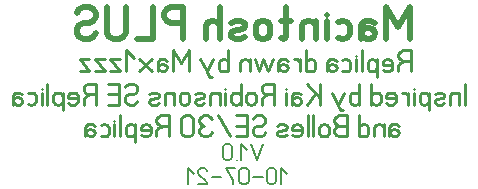
<source format=gbr>
%FSLAX34Y34*%
%MOMM*%
%LNSILK_BOTTOM*%
G71*
G01*
%ADD10C,0.476*%
%ADD11C,0.222*%
%ADD12C,0.167*%
%LPD*%
G54D10*
X1214137Y-1407305D02*
X1214137Y-1380638D01*
X1204137Y-1397305D01*
X1194137Y-1380638D01*
X1194137Y-1407305D01*
G54D10*
X1184804Y-1393972D02*
X1180804Y-1392305D01*
X1176004Y-1392305D01*
X1172804Y-1395638D01*
X1172804Y-1407305D01*
G54D10*
X1172804Y-1402305D02*
X1174804Y-1398972D01*
X1178804Y-1398305D01*
X1182804Y-1398972D01*
X1184804Y-1402305D01*
X1184004Y-1405638D01*
X1180804Y-1407305D01*
X1178804Y-1407305D01*
X1178004Y-1407305D01*
X1174804Y-1405638D01*
X1172804Y-1402305D01*
G54D10*
X1153471Y-1393305D02*
X1157471Y-1392305D01*
X1161471Y-1393305D01*
X1163471Y-1396638D01*
X1163471Y-1403305D01*
X1161471Y-1406638D01*
X1157471Y-1407305D01*
X1153471Y-1406638D01*
G54D10*
X1144138Y-1407305D02*
X1144138Y-1392305D01*
G54D10*
X1144138Y-1387305D02*
X1144138Y-1387305D01*
G54D10*
X1134805Y-1407305D02*
X1134805Y-1392305D01*
G54D10*
X1134805Y-1395638D02*
X1132805Y-1393305D01*
X1128805Y-1392305D01*
X1124805Y-1393305D01*
X1122805Y-1395638D01*
X1122805Y-1407305D01*
G54D10*
X1109472Y-1380638D02*
X1109472Y-1405638D01*
X1107472Y-1407305D01*
X1105472Y-1406638D01*
G54D10*
X1113472Y-1392305D02*
X1105472Y-1392305D01*
G54D10*
X1084139Y-1403305D02*
X1084139Y-1396638D01*
X1086139Y-1393305D01*
X1090139Y-1392305D01*
X1094139Y-1393305D01*
X1096139Y-1396638D01*
X1096139Y-1403305D01*
X1094139Y-1406638D01*
X1090139Y-1407305D01*
X1086139Y-1406638D01*
X1084139Y-1403305D01*
G54D10*
X1074806Y-1405638D02*
X1070806Y-1407305D01*
X1066806Y-1407305D01*
X1062806Y-1405638D01*
X1062806Y-1402305D01*
X1064806Y-1400638D01*
X1072806Y-1398972D01*
X1074806Y-1397305D01*
X1074806Y-1393972D01*
X1070806Y-1392305D01*
X1066806Y-1392305D01*
X1062806Y-1393972D01*
G54D10*
X1053473Y-1407305D02*
X1053473Y-1380638D01*
G54D10*
X1053473Y-1396638D02*
X1051473Y-1393305D01*
X1047473Y-1392305D01*
X1043473Y-1393305D01*
X1041473Y-1396638D01*
X1041473Y-1407305D01*
G54D10*
X1022407Y-1407305D02*
X1022407Y-1380638D01*
X1012407Y-1380638D01*
X1008407Y-1382305D01*
X1006407Y-1385638D01*
X1006407Y-1388972D01*
X1008407Y-1392305D01*
X1012407Y-1393972D01*
X1022407Y-1393972D01*
G54D10*
X997074Y-1380638D02*
X997074Y-1407305D01*
X983074Y-1407305D01*
G54D10*
X973741Y-1380638D02*
X973741Y-1402305D01*
X971741Y-1405638D01*
X967741Y-1407305D01*
X963741Y-1407305D01*
X959741Y-1405638D01*
X957741Y-1402305D01*
X957741Y-1380638D01*
G54D10*
X948408Y-1402305D02*
X946408Y-1405638D01*
X942408Y-1407305D01*
X938408Y-1407305D01*
X934408Y-1405638D01*
X932408Y-1402305D01*
X932408Y-1398972D01*
X934408Y-1395638D01*
X938408Y-1393972D01*
X942408Y-1393972D01*
X946408Y-1392305D01*
X948408Y-1388972D01*
X948408Y-1385638D01*
X946408Y-1382305D01*
X942408Y-1380638D01*
X938408Y-1380638D01*
X934408Y-1382305D01*
X932408Y-1385638D01*
G54D11*
X1209667Y-1426111D02*
X1205667Y-1428334D01*
X1204333Y-1430556D01*
X1204333Y-1435000D01*
G54D11*
X1215000Y-1435000D02*
X1215000Y-1417222D01*
X1208333Y-1417222D01*
X1205667Y-1418334D01*
X1204333Y-1420556D01*
X1204333Y-1422778D01*
X1205667Y-1425000D01*
X1208333Y-1426111D01*
X1215000Y-1426111D01*
G54D11*
X1191444Y-1433889D02*
X1193577Y-1435000D01*
X1196244Y-1435000D01*
X1198911Y-1433889D01*
X1199444Y-1431666D01*
X1199444Y-1427889D01*
X1198111Y-1425666D01*
X1195444Y-1425000D01*
X1192777Y-1425666D01*
X1191444Y-1427222D01*
X1191444Y-1429444D01*
X1199444Y-1429444D01*
G54D11*
X1186555Y-1425000D02*
X1186555Y-1439444D01*
G54D11*
X1186555Y-1431666D02*
X1185222Y-1434556D01*
X1182555Y-1435000D01*
X1179888Y-1434556D01*
X1178555Y-1432334D01*
X1178555Y-1427889D01*
X1179888Y-1425666D01*
X1182555Y-1425000D01*
X1185222Y-1425666D01*
X1186555Y-1428334D01*
G54D11*
X1173666Y-1435000D02*
X1173666Y-1417222D01*
G54D11*
X1168777Y-1435000D02*
X1168777Y-1425000D01*
G54D11*
X1168777Y-1421666D02*
X1168777Y-1421666D01*
G54D11*
X1157221Y-1425666D02*
X1159888Y-1425000D01*
X1162555Y-1425666D01*
X1163888Y-1427889D01*
X1163888Y-1432334D01*
X1162555Y-1434556D01*
X1159888Y-1435000D01*
X1157221Y-1434556D01*
G54D11*
X1152332Y-1426111D02*
X1149665Y-1425000D01*
X1146465Y-1425000D01*
X1144332Y-1427222D01*
X1144332Y-1435000D01*
G54D11*
X1144332Y-1431666D02*
X1145665Y-1429444D01*
X1148332Y-1429000D01*
X1150999Y-1429444D01*
X1152332Y-1431666D01*
X1151799Y-1433889D01*
X1149665Y-1435000D01*
X1148332Y-1435000D01*
X1147799Y-1435000D01*
X1145665Y-1433889D01*
X1144332Y-1431666D01*
G54D11*
X1126287Y-1435000D02*
X1126287Y-1417222D01*
G54D11*
X1126287Y-1427889D02*
X1127620Y-1425666D01*
X1130287Y-1425000D01*
X1132954Y-1425666D01*
X1134287Y-1427889D01*
X1134287Y-1432334D01*
X1132954Y-1434556D01*
X1130287Y-1435000D01*
X1127620Y-1434556D01*
X1126287Y-1432334D01*
G54D11*
X1121398Y-1435000D02*
X1121398Y-1425000D01*
G54D11*
X1121398Y-1427222D02*
X1118731Y-1425000D01*
X1116065Y-1425000D01*
G54D11*
X1111176Y-1426111D02*
X1108509Y-1425000D01*
X1105309Y-1425000D01*
X1103176Y-1427222D01*
X1103176Y-1435000D01*
G54D11*
X1103176Y-1431666D02*
X1104509Y-1429444D01*
X1107176Y-1429000D01*
X1109843Y-1429444D01*
X1111176Y-1431666D01*
X1110643Y-1433889D01*
X1108509Y-1435000D01*
X1107176Y-1435000D01*
X1106643Y-1435000D01*
X1104509Y-1433889D01*
X1103176Y-1431666D01*
G54D11*
X1098287Y-1425000D02*
X1094287Y-1435000D01*
X1090287Y-1425000D01*
X1086287Y-1435000D01*
X1083620Y-1425000D01*
G54D11*
X1078731Y-1435000D02*
X1078731Y-1425000D01*
G54D11*
X1078731Y-1427222D02*
X1077398Y-1425666D01*
X1074731Y-1425000D01*
X1072064Y-1425666D01*
X1070731Y-1427222D01*
X1070731Y-1435000D01*
G54D11*
X1060686Y-1435000D02*
X1060686Y-1417222D01*
G54D11*
X1060686Y-1427889D02*
X1059353Y-1425666D01*
X1056686Y-1425000D01*
X1054019Y-1425666D01*
X1052686Y-1427889D01*
X1052686Y-1432334D01*
X1054019Y-1434556D01*
X1056686Y-1435000D01*
X1059353Y-1434556D01*
X1060686Y-1432334D01*
G54D11*
X1047797Y-1425000D02*
X1042464Y-1435000D01*
X1037130Y-1425000D01*
G54D11*
X1042464Y-1435000D02*
X1043797Y-1438334D01*
X1045130Y-1439444D01*
X1046464Y-1439444D01*
G54D11*
X1027085Y-1435000D02*
X1027085Y-1417222D01*
X1020418Y-1428334D01*
X1013752Y-1417222D01*
X1013752Y-1435000D01*
G54D11*
X1008863Y-1426111D02*
X1006196Y-1425000D01*
X1002996Y-1425000D01*
X1000863Y-1427222D01*
X1000863Y-1435000D01*
G54D11*
X1000863Y-1431666D02*
X1002196Y-1429444D01*
X1004863Y-1429000D01*
X1007530Y-1429444D01*
X1008863Y-1431666D01*
X1008330Y-1433889D01*
X1006196Y-1435000D01*
X1004863Y-1435000D01*
X1004330Y-1435000D01*
X1002196Y-1433889D01*
X1000863Y-1431666D01*
G54D11*
X995974Y-1425000D02*
X985307Y-1435000D01*
G54D11*
X995974Y-1435000D02*
X985307Y-1425000D01*
G54D11*
X980418Y-1423889D02*
X973751Y-1417222D01*
X973751Y-1435000D01*
G54D11*
X968862Y-1425000D02*
X960862Y-1425000D01*
X968862Y-1435000D01*
X960862Y-1435000D01*
G54D11*
X955973Y-1425000D02*
X947973Y-1425000D01*
X955973Y-1435000D01*
X947973Y-1435000D01*
G54D11*
X943084Y-1425000D02*
X935084Y-1425000D01*
X943084Y-1435000D01*
X935084Y-1435000D01*
G54D11*
X1261250Y-1463125D02*
X1261250Y-1445347D01*
G54D11*
X1256361Y-1463125D02*
X1256361Y-1453125D01*
G54D11*
X1256361Y-1455347D02*
X1255028Y-1453792D01*
X1252361Y-1453125D01*
X1249694Y-1453792D01*
X1248361Y-1455347D01*
X1248361Y-1463125D01*
G54D11*
X1243472Y-1462014D02*
X1240805Y-1463125D01*
X1238139Y-1463125D01*
X1235472Y-1462014D01*
X1235472Y-1459792D01*
X1236805Y-1458680D01*
X1242139Y-1457570D01*
X1243472Y-1456458D01*
X1243472Y-1454236D01*
X1240805Y-1453125D01*
X1238139Y-1453125D01*
X1235472Y-1454236D01*
G54D11*
X1230583Y-1453125D02*
X1230583Y-1467570D01*
G54D11*
X1230583Y-1459792D02*
X1229250Y-1462680D01*
X1226583Y-1463125D01*
X1223916Y-1462680D01*
X1222583Y-1460458D01*
X1222583Y-1456014D01*
X1223916Y-1453792D01*
X1226583Y-1453125D01*
X1229250Y-1453792D01*
X1230583Y-1456458D01*
G54D11*
X1217694Y-1463125D02*
X1217694Y-1453125D01*
G54D11*
X1217694Y-1449792D02*
X1217694Y-1449792D01*
G54D11*
X1212805Y-1463125D02*
X1212805Y-1453125D01*
G54D11*
X1212805Y-1455347D02*
X1210138Y-1453125D01*
X1207472Y-1453125D01*
G54D11*
X1194583Y-1462014D02*
X1196716Y-1463125D01*
X1199383Y-1463125D01*
X1202050Y-1462014D01*
X1202583Y-1459792D01*
X1202583Y-1456014D01*
X1201250Y-1453792D01*
X1198583Y-1453125D01*
X1195916Y-1453792D01*
X1194583Y-1455347D01*
X1194583Y-1457570D01*
X1202583Y-1457570D01*
G54D11*
X1181694Y-1463125D02*
X1181694Y-1445347D01*
G54D11*
X1181694Y-1456014D02*
X1183027Y-1453792D01*
X1185694Y-1453125D01*
X1188361Y-1453792D01*
X1189694Y-1456014D01*
X1189694Y-1460458D01*
X1188361Y-1462680D01*
X1185694Y-1463125D01*
X1183027Y-1462680D01*
X1181694Y-1460458D01*
G54D11*
X1171649Y-1463125D02*
X1171649Y-1445347D01*
G54D11*
X1171649Y-1456014D02*
X1170316Y-1453792D01*
X1167649Y-1453125D01*
X1164982Y-1453792D01*
X1163649Y-1456014D01*
X1163649Y-1460458D01*
X1164982Y-1462680D01*
X1167649Y-1463125D01*
X1170316Y-1462680D01*
X1171649Y-1460458D01*
G54D11*
X1158760Y-1453125D02*
X1153427Y-1463125D01*
X1148093Y-1453125D01*
G54D11*
X1153427Y-1463125D02*
X1154760Y-1466458D01*
X1156093Y-1467570D01*
X1157427Y-1467570D01*
G54D11*
X1138048Y-1463125D02*
X1138048Y-1445347D01*
G54D11*
X1138048Y-1457570D02*
X1127381Y-1445347D01*
G54D11*
X1134048Y-1454236D02*
X1127381Y-1463125D01*
G54D11*
X1122492Y-1454236D02*
X1119825Y-1453125D01*
X1116625Y-1453125D01*
X1114492Y-1455347D01*
X1114492Y-1463125D01*
G54D11*
X1114492Y-1459792D02*
X1115825Y-1457570D01*
X1118492Y-1457125D01*
X1121159Y-1457570D01*
X1122492Y-1459792D01*
X1121959Y-1462014D01*
X1119825Y-1463125D01*
X1118492Y-1463125D01*
X1117959Y-1463125D01*
X1115825Y-1462014D01*
X1114492Y-1459792D01*
G54D11*
X1109603Y-1463125D02*
X1109603Y-1453125D01*
G54D11*
X1109603Y-1449792D02*
X1109603Y-1449792D01*
G54D11*
X1094225Y-1454236D02*
X1090225Y-1456458D01*
X1088891Y-1458680D01*
X1088891Y-1463125D01*
G54D11*
X1099558Y-1463125D02*
X1099558Y-1445347D01*
X1092891Y-1445347D01*
X1090225Y-1446458D01*
X1088891Y-1448680D01*
X1088891Y-1450903D01*
X1090225Y-1453125D01*
X1092891Y-1454236D01*
X1099558Y-1454236D01*
G54D11*
X1076002Y-1460458D02*
X1076002Y-1456014D01*
X1077335Y-1453792D01*
X1080002Y-1453125D01*
X1082669Y-1453792D01*
X1084002Y-1456014D01*
X1084002Y-1460458D01*
X1082669Y-1462680D01*
X1080002Y-1463125D01*
X1077335Y-1462680D01*
X1076002Y-1460458D01*
G54D11*
X1071113Y-1463125D02*
X1071113Y-1445347D01*
G54D11*
X1071113Y-1456014D02*
X1069780Y-1453792D01*
X1067113Y-1453125D01*
X1064446Y-1453792D01*
X1063113Y-1456014D01*
X1063113Y-1460458D01*
X1064446Y-1462680D01*
X1067113Y-1463125D01*
X1069780Y-1462680D01*
X1071113Y-1460458D01*
G54D11*
X1058224Y-1463125D02*
X1058224Y-1453125D01*
G54D11*
X1058224Y-1449792D02*
X1058224Y-1449792D01*
G54D11*
X1053335Y-1463125D02*
X1053335Y-1453125D01*
G54D11*
X1053335Y-1455347D02*
X1052002Y-1453792D01*
X1049335Y-1453125D01*
X1046668Y-1453792D01*
X1045335Y-1455347D01*
X1045335Y-1463125D01*
G54D11*
X1040446Y-1462014D02*
X1037779Y-1463125D01*
X1035113Y-1463125D01*
X1032446Y-1462014D01*
X1032446Y-1459792D01*
X1033779Y-1458680D01*
X1039113Y-1457570D01*
X1040446Y-1456458D01*
X1040446Y-1454236D01*
X1037779Y-1453125D01*
X1035113Y-1453125D01*
X1032446Y-1454236D01*
G54D11*
X1019557Y-1460458D02*
X1019557Y-1456014D01*
X1020890Y-1453792D01*
X1023557Y-1453125D01*
X1026224Y-1453792D01*
X1027557Y-1456014D01*
X1027557Y-1460458D01*
X1026224Y-1462680D01*
X1023557Y-1463125D01*
X1020890Y-1462680D01*
X1019557Y-1460458D01*
G54D11*
X1014668Y-1463125D02*
X1014668Y-1453125D01*
G54D11*
X1014668Y-1455347D02*
X1013335Y-1453792D01*
X1010668Y-1453125D01*
X1008001Y-1453792D01*
X1006668Y-1455347D01*
X1006668Y-1463125D01*
G54D11*
X1001779Y-1462014D02*
X999112Y-1463125D01*
X996446Y-1463125D01*
X993779Y-1462014D01*
X993779Y-1459792D01*
X995112Y-1458680D01*
X1000446Y-1457570D01*
X1001779Y-1456458D01*
X1001779Y-1454236D01*
X999112Y-1453125D01*
X996446Y-1453125D01*
X993779Y-1454236D01*
G54D11*
X983734Y-1459792D02*
X982401Y-1462014D01*
X979734Y-1463125D01*
X977067Y-1463125D01*
X974401Y-1462014D01*
X973067Y-1459792D01*
X973067Y-1457570D01*
X974401Y-1455347D01*
X977067Y-1454236D01*
X979734Y-1454236D01*
X982401Y-1453125D01*
X983734Y-1450903D01*
X983734Y-1448680D01*
X982401Y-1446458D01*
X979734Y-1445347D01*
X977067Y-1445347D01*
X974401Y-1446458D01*
X973067Y-1448680D01*
G54D11*
X958845Y-1463125D02*
X968178Y-1463125D01*
X968178Y-1445347D01*
X958845Y-1445347D01*
G54D11*
X968178Y-1454236D02*
X958845Y-1454236D01*
G54D11*
X943467Y-1454236D02*
X939467Y-1456458D01*
X938133Y-1458680D01*
X938133Y-1463125D01*
G54D11*
X948800Y-1463125D02*
X948800Y-1445347D01*
X942133Y-1445347D01*
X939467Y-1446458D01*
X938133Y-1448680D01*
X938133Y-1450903D01*
X939467Y-1453125D01*
X942133Y-1454236D01*
X948800Y-1454236D01*
G54D11*
X925244Y-1462014D02*
X927377Y-1463125D01*
X930044Y-1463125D01*
X932711Y-1462014D01*
X933244Y-1459792D01*
X933244Y-1456014D01*
X931911Y-1453792D01*
X929244Y-1453125D01*
X926577Y-1453792D01*
X925244Y-1455347D01*
X925244Y-1457570D01*
X933244Y-1457570D01*
G54D11*
X920355Y-1453125D02*
X920355Y-1467570D01*
G54D11*
X920355Y-1459792D02*
X919022Y-1462680D01*
X916355Y-1463125D01*
X913688Y-1462680D01*
X912355Y-1460458D01*
X912355Y-1456014D01*
X913688Y-1453792D01*
X916355Y-1453125D01*
X919022Y-1453792D01*
X920355Y-1456458D01*
G54D11*
X907466Y-1463125D02*
X907466Y-1445347D01*
G54D11*
X902577Y-1463125D02*
X902577Y-1453125D01*
G54D11*
X902577Y-1449792D02*
X902577Y-1449792D01*
G54D11*
X891021Y-1453792D02*
X893688Y-1453125D01*
X896355Y-1453792D01*
X897688Y-1456014D01*
X897688Y-1460458D01*
X896355Y-1462680D01*
X893688Y-1463125D01*
X891021Y-1462680D01*
G54D11*
X886132Y-1454236D02*
X883465Y-1453125D01*
X880265Y-1453125D01*
X878132Y-1455347D01*
X878132Y-1463125D01*
G54D11*
X878132Y-1459792D02*
X879465Y-1457570D01*
X882132Y-1457125D01*
X884799Y-1457570D01*
X886132Y-1459792D01*
X885599Y-1462014D01*
X883465Y-1463125D01*
X882132Y-1463125D01*
X881599Y-1463125D01*
X879465Y-1462014D01*
X878132Y-1459792D01*
G54D11*
X1205000Y-1481111D02*
X1202333Y-1480000D01*
X1199133Y-1480000D01*
X1197000Y-1482222D01*
X1197000Y-1490000D01*
G54D11*
X1197000Y-1486666D02*
X1198333Y-1484444D01*
X1201000Y-1484000D01*
X1203667Y-1484444D01*
X1205000Y-1486666D01*
X1204467Y-1488889D01*
X1202333Y-1490000D01*
X1201000Y-1490000D01*
X1200467Y-1490000D01*
X1198333Y-1488889D01*
X1197000Y-1486666D01*
G54D11*
X1192111Y-1490000D02*
X1192111Y-1480000D01*
G54D11*
X1192111Y-1482222D02*
X1190778Y-1480666D01*
X1188111Y-1480000D01*
X1185444Y-1480666D01*
X1184111Y-1482222D01*
X1184111Y-1490000D01*
G54D11*
X1171222Y-1490000D02*
X1171222Y-1472222D01*
G54D11*
X1171222Y-1482889D02*
X1172555Y-1480666D01*
X1175222Y-1480000D01*
X1177889Y-1480666D01*
X1179222Y-1482889D01*
X1179222Y-1487334D01*
X1177889Y-1489556D01*
X1175222Y-1490000D01*
X1172555Y-1489556D01*
X1171222Y-1487334D01*
G54D11*
X1161177Y-1490000D02*
X1161177Y-1472222D01*
X1154510Y-1472222D01*
X1151844Y-1473334D01*
X1150510Y-1475556D01*
X1150510Y-1477778D01*
X1151844Y-1480000D01*
X1154510Y-1481111D01*
X1151844Y-1482222D01*
X1150510Y-1484444D01*
X1150510Y-1486666D01*
X1151844Y-1488889D01*
X1154510Y-1490000D01*
X1161177Y-1490000D01*
G54D11*
X1161177Y-1481111D02*
X1154510Y-1481111D01*
G54D11*
X1137621Y-1487334D02*
X1137621Y-1482889D01*
X1138954Y-1480666D01*
X1141621Y-1480000D01*
X1144288Y-1480666D01*
X1145621Y-1482889D01*
X1145621Y-1487334D01*
X1144288Y-1489556D01*
X1141621Y-1490000D01*
X1138954Y-1489556D01*
X1137621Y-1487334D01*
G54D11*
X1132732Y-1490000D02*
X1132732Y-1472222D01*
G54D11*
X1127843Y-1490000D02*
X1127843Y-1472222D01*
G54D11*
X1114954Y-1488889D02*
X1117087Y-1490000D01*
X1119754Y-1490000D01*
X1122421Y-1488889D01*
X1122954Y-1486666D01*
X1122954Y-1482889D01*
X1121621Y-1480666D01*
X1118954Y-1480000D01*
X1116287Y-1480666D01*
X1114954Y-1482222D01*
X1114954Y-1484444D01*
X1122954Y-1484444D01*
G54D11*
X1110065Y-1488889D02*
X1107398Y-1490000D01*
X1104732Y-1490000D01*
X1102065Y-1488889D01*
X1102065Y-1486666D01*
X1103398Y-1485556D01*
X1108732Y-1484444D01*
X1110065Y-1483334D01*
X1110065Y-1481111D01*
X1107398Y-1480000D01*
X1104732Y-1480000D01*
X1102065Y-1481111D01*
G54D11*
X1092020Y-1486666D02*
X1090687Y-1488889D01*
X1088020Y-1490000D01*
X1085353Y-1490000D01*
X1082687Y-1488889D01*
X1081353Y-1486666D01*
X1081353Y-1484444D01*
X1082687Y-1482222D01*
X1085353Y-1481111D01*
X1088020Y-1481111D01*
X1090687Y-1480000D01*
X1092020Y-1477778D01*
X1092020Y-1475556D01*
X1090687Y-1473334D01*
X1088020Y-1472222D01*
X1085353Y-1472222D01*
X1082687Y-1473334D01*
X1081353Y-1475556D01*
G54D11*
X1067131Y-1490000D02*
X1076464Y-1490000D01*
X1076464Y-1472222D01*
X1067131Y-1472222D01*
G54D11*
X1076464Y-1481111D02*
X1067131Y-1481111D01*
G54D11*
X1062242Y-1490000D02*
X1051575Y-1472222D01*
G54D11*
X1046686Y-1475556D02*
X1045353Y-1473334D01*
X1042686Y-1472222D01*
X1040019Y-1472222D01*
X1037353Y-1473334D01*
X1036019Y-1475556D01*
X1036019Y-1477778D01*
X1037353Y-1480000D01*
X1040019Y-1481111D01*
X1037353Y-1482222D01*
X1036019Y-1484444D01*
X1036019Y-1486666D01*
X1037353Y-1488889D01*
X1040019Y-1490000D01*
X1042686Y-1490000D01*
X1045353Y-1488889D01*
X1046686Y-1486666D01*
G54D11*
X1020463Y-1475556D02*
X1020463Y-1486666D01*
X1021797Y-1488889D01*
X1024463Y-1490000D01*
X1027130Y-1490000D01*
X1029797Y-1488889D01*
X1031130Y-1486666D01*
X1031130Y-1475556D01*
X1029797Y-1473334D01*
X1027130Y-1472222D01*
X1024463Y-1472222D01*
X1021797Y-1473334D01*
X1020463Y-1475556D01*
G54D11*
X1005085Y-1481111D02*
X1001085Y-1483334D01*
X999751Y-1485556D01*
X999751Y-1490000D01*
G54D11*
X1010418Y-1490000D02*
X1010418Y-1472222D01*
X1003751Y-1472222D01*
X1001085Y-1473334D01*
X999751Y-1475556D01*
X999751Y-1477778D01*
X1001085Y-1480000D01*
X1003751Y-1481111D01*
X1010418Y-1481111D01*
G54D11*
X986862Y-1488889D02*
X988995Y-1490000D01*
X991662Y-1490000D01*
X994329Y-1488889D01*
X994862Y-1486666D01*
X994862Y-1482889D01*
X993529Y-1480666D01*
X990862Y-1480000D01*
X988195Y-1480666D01*
X986862Y-1482222D01*
X986862Y-1484444D01*
X994862Y-1484444D01*
G54D11*
X981973Y-1480000D02*
X981973Y-1494444D01*
G54D11*
X981973Y-1486666D02*
X980640Y-1489556D01*
X977973Y-1490000D01*
X975306Y-1489556D01*
X973973Y-1487334D01*
X973973Y-1482889D01*
X975306Y-1480666D01*
X977973Y-1480000D01*
X980640Y-1480666D01*
X981973Y-1483334D01*
G54D11*
X969084Y-1490000D02*
X969084Y-1472222D01*
G54D11*
X964195Y-1490000D02*
X964195Y-1480000D01*
G54D11*
X964195Y-1476666D02*
X964195Y-1476666D01*
G54D11*
X952639Y-1480666D02*
X955306Y-1480000D01*
X957973Y-1480666D01*
X959306Y-1482889D01*
X959306Y-1487334D01*
X957973Y-1489556D01*
X955306Y-1490000D01*
X952639Y-1489556D01*
G54D11*
X947750Y-1481111D02*
X945083Y-1480000D01*
X941883Y-1480000D01*
X939750Y-1482222D01*
X939750Y-1490000D01*
G54D11*
X939750Y-1486666D02*
X941083Y-1484444D01*
X943750Y-1484000D01*
X946417Y-1484444D01*
X947750Y-1486666D01*
X947217Y-1488889D01*
X945083Y-1490000D01*
X943750Y-1490000D01*
X943217Y-1490000D01*
X941083Y-1488889D01*
X939750Y-1486666D01*
G54D12*
X1090000Y-1496667D02*
X1085000Y-1510000D01*
X1080000Y-1496667D01*
G54D12*
X1076333Y-1501667D02*
X1071333Y-1496667D01*
X1071333Y-1510000D01*
G54D12*
X1067666Y-1510000D02*
X1067666Y-1510000D01*
G54D12*
X1055999Y-1499167D02*
X1055999Y-1507500D01*
X1056999Y-1509167D01*
X1058999Y-1510000D01*
X1060999Y-1510000D01*
X1062999Y-1509167D01*
X1063999Y-1507500D01*
X1063999Y-1499167D01*
X1062999Y-1497500D01*
X1060999Y-1496667D01*
X1058999Y-1496667D01*
X1056999Y-1497500D01*
X1055999Y-1499167D01*
G54D12*
X1110000Y-1521666D02*
X1105000Y-1516666D01*
X1105000Y-1530000D01*
G54D12*
X1093333Y-1519166D02*
X1093333Y-1527500D01*
X1094333Y-1529166D01*
X1096333Y-1530000D01*
X1098333Y-1530000D01*
X1100333Y-1529166D01*
X1101333Y-1527500D01*
X1101333Y-1519166D01*
X1100333Y-1517500D01*
X1098333Y-1516666D01*
X1096333Y-1516666D01*
X1094333Y-1517500D01*
X1093333Y-1519166D01*
G54D12*
X1089666Y-1524166D02*
X1081666Y-1524166D01*
G54D12*
X1069999Y-1519166D02*
X1069999Y-1527500D01*
X1070999Y-1529166D01*
X1072999Y-1530000D01*
X1074999Y-1530000D01*
X1076999Y-1529166D01*
X1077999Y-1527500D01*
X1077999Y-1519166D01*
X1076999Y-1517500D01*
X1074999Y-1516666D01*
X1072999Y-1516666D01*
X1070999Y-1517500D01*
X1069999Y-1519166D01*
G54D12*
X1066332Y-1516666D02*
X1058332Y-1516666D01*
X1059332Y-1518334D01*
X1061332Y-1520834D01*
X1063332Y-1524166D01*
X1064332Y-1526666D01*
X1064332Y-1530000D01*
G54D12*
X1054665Y-1524166D02*
X1046665Y-1524166D01*
G54D12*
X1034998Y-1530000D02*
X1042998Y-1530000D01*
X1042998Y-1529166D01*
X1041998Y-1527500D01*
X1035998Y-1522500D01*
X1034998Y-1520834D01*
X1034998Y-1519166D01*
X1035998Y-1517500D01*
X1037998Y-1516666D01*
X1039998Y-1516666D01*
X1041998Y-1517500D01*
X1042998Y-1519166D01*
G54D12*
X1031331Y-1521666D02*
X1026331Y-1516666D01*
X1026331Y-1530000D01*
M02*

</source>
